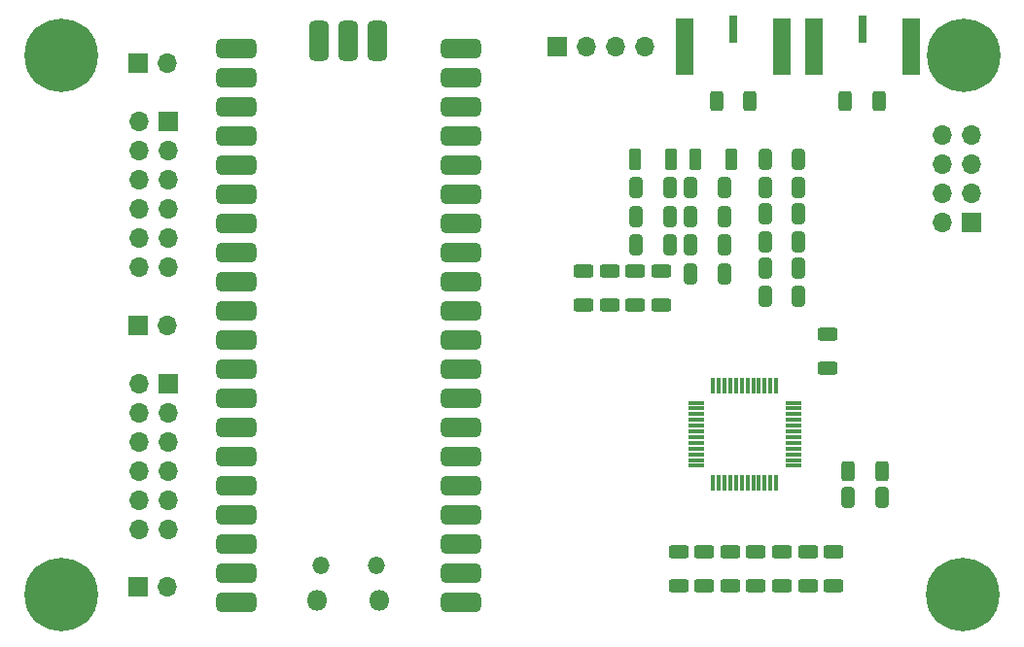
<source format=gbr>
%TF.GenerationSoftware,KiCad,Pcbnew,8.0.2*%
%TF.CreationDate,2024-05-14T11:50:59+07:00*%
%TF.ProjectId,PICO_DAC2932,5049434f-5f44-4414-9332-3933322e6b69,rev?*%
%TF.SameCoordinates,PX7735940PY61c06a0*%
%TF.FileFunction,Soldermask,Top*%
%TF.FilePolarity,Negative*%
%FSLAX46Y46*%
G04 Gerber Fmt 4.6, Leading zero omitted, Abs format (unit mm)*
G04 Created by KiCad (PCBNEW 8.0.2) date 2024-05-14 11:50:59*
%MOMM*%
%LPD*%
G01*
G04 APERTURE LIST*
G04 Aperture macros list*
%AMRoundRect*
0 Rectangle with rounded corners*
0 $1 Rounding radius*
0 $2 $3 $4 $5 $6 $7 $8 $9 X,Y pos of 4 corners*
0 Add a 4 corners polygon primitive as box body*
4,1,4,$2,$3,$4,$5,$6,$7,$8,$9,$2,$3,0*
0 Add four circle primitives for the rounded corners*
1,1,$1+$1,$2,$3*
1,1,$1+$1,$4,$5*
1,1,$1+$1,$6,$7*
1,1,$1+$1,$8,$9*
0 Add four rect primitives between the rounded corners*
20,1,$1+$1,$2,$3,$4,$5,0*
20,1,$1+$1,$4,$5,$6,$7,0*
20,1,$1+$1,$6,$7,$8,$9,0*
20,1,$1+$1,$8,$9,$2,$3,0*%
G04 Aperture macros list end*
%ADD10RoundRect,0.250000X0.625000X-0.312500X0.625000X0.312500X-0.625000X0.312500X-0.625000X-0.312500X0*%
%ADD11R,1.700000X1.700000*%
%ADD12O,1.700000X1.700000*%
%ADD13RoundRect,0.250000X-0.325000X-0.650000X0.325000X-0.650000X0.325000X0.650000X-0.325000X0.650000X0*%
%ADD14RoundRect,0.250000X-0.312500X-0.625000X0.312500X-0.625000X0.312500X0.625000X-0.312500X0.625000X0*%
%ADD15C,0.800000*%
%ADD16C,6.400000*%
%ADD17O,1.800000X1.800000*%
%ADD18O,1.500000X1.500000*%
%ADD19RoundRect,0.425000X1.325000X0.425000X-1.325000X0.425000X-1.325000X-0.425000X1.325000X-0.425000X0*%
%ADD20RoundRect,0.425000X-0.425000X1.325000X-0.425000X-1.325000X0.425000X-1.325000X0.425000X1.325000X0*%
%ADD21RoundRect,0.250000X-0.275000X-0.700000X0.275000X-0.700000X0.275000X0.700000X-0.275000X0.700000X0*%
%ADD22R,0.700000X2.350000*%
%ADD23R,1.600000X4.900000*%
%ADD24RoundRect,0.250000X-0.625000X0.312500X-0.625000X-0.312500X0.625000X-0.312500X0.625000X0.312500X0*%
%ADD25RoundRect,0.250000X0.325000X0.650000X-0.325000X0.650000X-0.325000X-0.650000X0.325000X-0.650000X0*%
%ADD26RoundRect,0.250000X0.312500X0.625000X-0.312500X0.625000X-0.312500X-0.625000X0.312500X-0.625000X0*%
%ADD27R,1.475000X0.300000*%
%ADD28R,0.300000X1.475000*%
G04 APERTURE END LIST*
D10*
%TO.C,R11*%
X66250000Y4287500D03*
X66250000Y7212500D03*
%TD*%
D11*
%TO.C,J9*%
X82775000Y35950000D03*
D12*
X80235000Y35950000D03*
X82775000Y38490000D03*
X80235000Y38490000D03*
X82775000Y41030000D03*
X80235000Y41030000D03*
X82775000Y43570000D03*
X80235000Y43570000D03*
%TD*%
D13*
%TO.C,C3*%
X58275000Y34000000D03*
X61225000Y34000000D03*
%TD*%
D14*
%TO.C,R15*%
X71787500Y46500000D03*
X74712500Y46500000D03*
%TD*%
D13*
%TO.C,C5*%
X64775000Y29500000D03*
X67725000Y29500000D03*
%TD*%
D15*
%TO.C,REF\u002A\u002A*%
X1100000Y3500000D03*
X1802944Y5197056D03*
X1802944Y1802944D03*
X3500000Y5900000D03*
D16*
X3500000Y3500000D03*
D15*
X3500000Y1100000D03*
X5197056Y5197056D03*
X5197056Y1802944D03*
X5900000Y3500000D03*
%TD*%
D17*
%TO.C,U1*%
X31225000Y3000000D03*
D18*
X30925000Y6030000D03*
X26075000Y6030000D03*
D17*
X25775000Y3000000D03*
D19*
X38290000Y2870000D03*
X38290000Y5410000D03*
X38290000Y7950000D03*
X38290000Y10490000D03*
X38290000Y13030000D03*
X38290000Y15570000D03*
X38290000Y18110000D03*
X38290000Y20650000D03*
X38290000Y23190000D03*
X38290000Y25730000D03*
X38290000Y28270000D03*
X38290000Y30810000D03*
X38290000Y33350000D03*
X38290000Y35890000D03*
X38290000Y38430000D03*
X38290000Y40970000D03*
X38290000Y43510000D03*
X38290000Y46050000D03*
X38290000Y48590000D03*
X38290000Y51130000D03*
X18710000Y51130000D03*
X18710000Y48590000D03*
X18710000Y46050000D03*
X18710000Y43510000D03*
X18710000Y40970000D03*
X18710000Y38430000D03*
X18710000Y35890000D03*
X18710000Y33350000D03*
X18710000Y30810000D03*
X18710000Y28270000D03*
X18710000Y25730000D03*
X18710000Y23190000D03*
X18710000Y20650000D03*
X18710000Y18110000D03*
X18710000Y15570000D03*
X18710000Y13030000D03*
X18710000Y10490000D03*
X18710000Y7950000D03*
X18710000Y5410000D03*
X18710000Y2870000D03*
D20*
X31040000Y51800000D03*
X28500000Y51800000D03*
X25960000Y51800000D03*
%TD*%
D13*
%TO.C,C13*%
X64775000Y34250000D03*
X67725000Y34250000D03*
%TD*%
D21*
%TO.C,L2*%
X53425000Y41500000D03*
X56575000Y41500000D03*
%TD*%
D22*
%TO.C,J7*%
X62000000Y52835000D03*
D23*
X66250000Y51260000D03*
X57750000Y51260000D03*
%TD*%
D11*
%TO.C,J4*%
X10225000Y49830000D03*
D12*
X12765000Y49830000D03*
%TD*%
D24*
%TO.C,R1*%
X57250000Y7212500D03*
X57250000Y4287500D03*
%TD*%
D11*
%TO.C,J3*%
X12790000Y21920000D03*
D12*
X10250000Y21920000D03*
X12790000Y19380000D03*
X10250000Y19380000D03*
X12790000Y16840000D03*
X10250000Y16840000D03*
X12790000Y14300000D03*
X10250000Y14300000D03*
X12790000Y11760000D03*
X10250000Y11760000D03*
X12790000Y9220000D03*
X10250000Y9220000D03*
%TD*%
D24*
%TO.C,R4*%
X49000000Y31712500D03*
X49000000Y28787500D03*
%TD*%
D15*
%TO.C,REF\u002A\u002A*%
X79652944Y50552944D03*
X80355888Y52250000D03*
X80355888Y48855888D03*
X82052944Y52952944D03*
D16*
X82052944Y50552944D03*
D15*
X82052944Y48152944D03*
X83750000Y52250000D03*
X83750000Y48855888D03*
X84452944Y50552944D03*
%TD*%
D13*
%TO.C,C9*%
X64775000Y36750000D03*
X67725000Y36750000D03*
%TD*%
D25*
%TO.C,C12*%
X56475000Y36500000D03*
X53525000Y36500000D03*
%TD*%
D26*
%TO.C,R12*%
X63462500Y46500000D03*
X60537500Y46500000D03*
%TD*%
D24*
%TO.C,R7*%
X61750000Y7212500D03*
X61750000Y4287500D03*
%TD*%
D25*
%TO.C,C10*%
X56475000Y39000000D03*
X53525000Y39000000D03*
%TD*%
D13*
%TO.C,C11*%
X64775000Y41500000D03*
X67725000Y41500000D03*
%TD*%
D24*
%TO.C,R5*%
X59500000Y7212500D03*
X59500000Y4287500D03*
%TD*%
%TO.C,R10*%
X70750000Y7212500D03*
X70750000Y4287500D03*
%TD*%
%TO.C,R8*%
X64000000Y7212500D03*
X64000000Y4287500D03*
%TD*%
D13*
%TO.C,C6*%
X64775000Y32000000D03*
X67725000Y32000000D03*
%TD*%
D15*
%TO.C,REF\u002A\u002A*%
X1100000Y50500000D03*
X1802944Y52197056D03*
X1802944Y48802944D03*
X3500000Y52900000D03*
D16*
X3500000Y50500000D03*
D15*
X3500000Y48100000D03*
X5197056Y52197056D03*
X5197056Y48802944D03*
X5900000Y50500000D03*
%TD*%
D25*
%TO.C,C14*%
X56475000Y34000000D03*
X53525000Y34000000D03*
%TD*%
D21*
%TO.C,L1*%
X58675000Y41500000D03*
X61825000Y41500000D03*
%TD*%
D27*
%TO.C,IC1*%
X58762000Y20250000D03*
X58762000Y19750000D03*
X58762000Y19250000D03*
X58762000Y18750000D03*
X58762000Y18250000D03*
X58762000Y17750000D03*
X58762000Y17250000D03*
X58762000Y16750000D03*
X58762000Y16250000D03*
X58762000Y15750000D03*
X58762000Y15250000D03*
X58762000Y14750000D03*
D28*
X60250000Y13262000D03*
X60750000Y13262000D03*
X61250000Y13262000D03*
X61750000Y13262000D03*
X62250000Y13262000D03*
X62750000Y13262000D03*
X63250000Y13262000D03*
X63750000Y13262000D03*
X64250000Y13262000D03*
X64750000Y13262000D03*
X65250000Y13262000D03*
X65750000Y13262000D03*
D27*
X67238000Y14750000D03*
X67238000Y15250000D03*
X67238000Y15750000D03*
X67238000Y16250000D03*
X67238000Y16750000D03*
X67238000Y17250000D03*
X67238000Y17750000D03*
X67238000Y18250000D03*
X67238000Y18750000D03*
X67238000Y19250000D03*
X67238000Y19750000D03*
X67238000Y20250000D03*
D28*
X65750000Y21738000D03*
X65250000Y21738000D03*
X64750000Y21738000D03*
X64250000Y21738000D03*
X63750000Y21738000D03*
X63250000Y21738000D03*
X62750000Y21738000D03*
X62250000Y21738000D03*
X61750000Y21738000D03*
X61250000Y21738000D03*
X60750000Y21738000D03*
X60250000Y21738000D03*
%TD*%
D15*
%TO.C,REF\u002A\u002A*%
X79600000Y3500000D03*
X80302944Y5197056D03*
X80302944Y1802944D03*
X82000000Y5900000D03*
D16*
X82000000Y3500000D03*
D15*
X82000000Y1100000D03*
X83697056Y5197056D03*
X83697056Y1802944D03*
X84400000Y3500000D03*
%TD*%
D24*
%TO.C,R9*%
X68500000Y7212500D03*
X68500000Y4287500D03*
%TD*%
D10*
%TO.C,R6*%
X55750000Y28787500D03*
X55750000Y31712500D03*
%TD*%
D24*
%TO.C,R2*%
X53500000Y31712500D03*
X53500000Y28787500D03*
%TD*%
D13*
%TO.C,C1*%
X58275000Y39000000D03*
X61225000Y39000000D03*
%TD*%
D14*
%TO.C,R13*%
X72037500Y14250000D03*
X74962500Y14250000D03*
%TD*%
D11*
%TO.C,J5*%
X12790000Y44780000D03*
D12*
X10250000Y44780000D03*
X12790000Y42240000D03*
X10250000Y42240000D03*
X12790000Y39700000D03*
X10250000Y39700000D03*
X12790000Y37160000D03*
X10250000Y37160000D03*
X12790000Y34620000D03*
X10250000Y34620000D03*
X12790000Y32080000D03*
X10250000Y32080000D03*
%TD*%
D13*
%TO.C,C8*%
X58275000Y36500000D03*
X61225000Y36500000D03*
%TD*%
D24*
%TO.C,R3*%
X51250000Y31712500D03*
X51250000Y28787500D03*
%TD*%
D13*
%TO.C,C4*%
X72025000Y12000000D03*
X74975000Y12000000D03*
%TD*%
D22*
%TO.C,J8*%
X73250000Y52835000D03*
D23*
X77500000Y51260000D03*
X69000000Y51260000D03*
%TD*%
D10*
%TO.C,R14*%
X70250000Y23287500D03*
X70250000Y26212500D03*
%TD*%
D11*
%TO.C,J6*%
X10225000Y4170000D03*
D12*
X12765000Y4170000D03*
%TD*%
D13*
%TO.C,C2*%
X58275000Y31500000D03*
X61225000Y31500000D03*
%TD*%
%TO.C,C7*%
X64775000Y39000000D03*
X67725000Y39000000D03*
%TD*%
D11*
%TO.C,J1*%
X46700000Y51250000D03*
D12*
X49240000Y51250000D03*
X51780000Y51250000D03*
X54320000Y51250000D03*
%TD*%
D11*
%TO.C,J2*%
X10225000Y27000000D03*
D12*
X12765000Y27000000D03*
%TD*%
M02*

</source>
